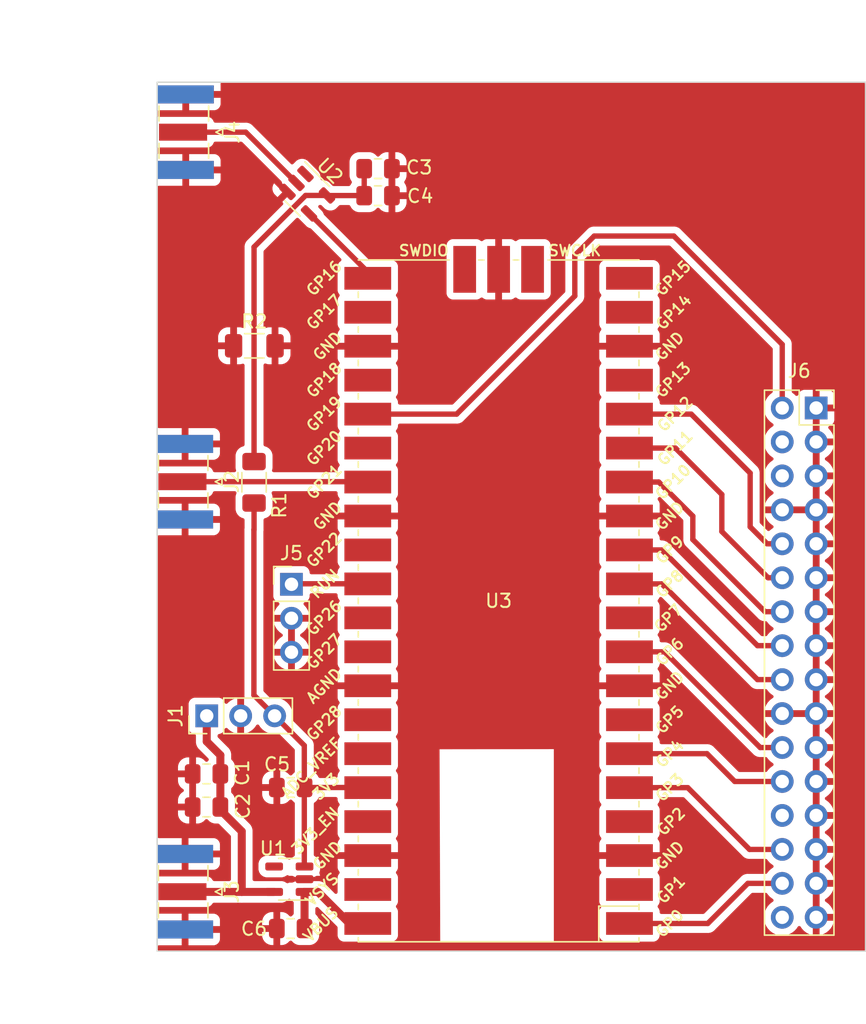
<source format=kicad_pcb>
(kicad_pcb (version 20221018) (generator pcbnew)
  (title_block (title "Pico DDS Sweeper") (date "2023-01-13") (rev "0"))
  (layers (0 "F.Cu" signal) (31 "B.Cu" signal) (34 "B.Paste" user) (35 "F.Paste" user) (36 "B.SilkS" user "B.Silkscreen") (37 "F.SilkS" user "F.Silkscreen") (38 "B.Mask" user) (39 "F.Mask" user) (44 "Edge.Cuts" user))
  (net 0 "")
  (net 1 "/PIN_CLOCK")
  (net 2 "/PIN_MOSI")
  (net 3 "GND")
  (net 4 "/P0")
  (net 5 "/P1")
  (net 6 "/P2")
  (net 7 "/P3")
  (net 8 "/PIN_UPDATE")
  (net 9 "/PIN_SCK")
  (net 10 "/PIN_RESET")
  (net 11 "/PIN_SYNC")
  (net 12 "/PIN_MISO")
  (net 13 "/TRIG_IN")
  (net 14 "1V8")
  (net 15 "3V3")
  (net 16 "5V")
  (net 17 "Net-(U2-VCC)")
  (net 18 "Net-(J4-In)")
  (net 19 "Net-(J5-Pin_1)")
  (footprint "Capacitor_SMD:C_0805_2012Metric_Pad1.18x1.45mm_HandSolder" (layer "F.Cu") (at 48.5275 40.47)
    (fp_text reference "C3" (at 3.0825 -0.09) (layer "F.SilkS"))
    (fp_text value "1uF")
    (fp_line (start -0.261252 -0.735) (end 0.261252 -0.735) (stroke (width 0.12)) (layer "F.SilkS"))
    (fp_line (start -0.261252 0.735) (end 0.261252 0.735) (stroke (width 0.12)) (layer "F.SilkS"))
    (pad "1" smd roundrect (at -1.0375 0) (size 1.175 1.45) (layers "F.Cu" "F.Paste" "F.Mask") (roundrect_rratio 0.212766) (net 17 "Net-(U2-VCC)"))
    (pad "2" smd roundrect (at 1.0375 0) (size 1.175 1.45) (layers "F.Cu" "F.Paste" "F.Mask") (roundrect_rratio 0.212766) (net 3 "GND"))
  )
  (footprint "Capacitor_SMD:C_0805_2012Metric_Pad1.18x1.45mm_HandSolder" (layer "F.Cu") (at 35.6925 85.74 180)
    (fp_text reference "C1" (at -2.666924 0.077782 90) (layer "F.SilkS"))
    (fp_text value "0.1uF")
    (fp_line (start -0.261252 -0.735) (end 0.261252 -0.735) (stroke (width 0.12)) (layer "F.SilkS"))
    (fp_line (start -0.261252 0.735) (end 0.261252 0.735) (stroke (width 0.12)) (layer "F.SilkS"))
    (pad "1" smd roundrect (at -1.0375 0 180) (size 1.175 1.45) (layers "F.Cu" "F.Paste" "F.Mask") (roundrect_rratio 0.2127659574) (net 14 "1V8"))
    (pad "2" smd roundrect (at 1.0375 0 180) (size 1.175 1.45) (layers "F.Cu" "F.Paste" "F.Mask") (roundrect_rratio 0.2127659574) (net 3 "GND"))
  )
  (footprint "Connector_Coaxial:SMA_Samtec_SMA-J-P-X-ST-EM1_EdgeMount" (layer "F.Cu") (at 34.09 94.555 -90)
    (fp_text reference "J3" (at 0 -3.5 90) (layer "F.SilkS"))
    (fp_text value "1V8")
    (fp_line (start -1.95 -1.71) (end -0.84 -1.71) (stroke (width 0.12)) (layer "F.SilkS"))
    (fp_line (start -1.95 2) (end -0.84 2) (stroke (width 0.12)) (layer "F.SilkS"))
    (fp_line (start -0.25 -2.76) (end 0 -2.26) (stroke (width 0.12)) (layer "F.SilkS"))
    (fp_line (start 0 -2.26) (end 0.25 -2.76) (stroke (width 0.12)) (layer "F.SilkS"))
    (fp_line (start 0.25 -2.76) (end -0.25 -2.76) (stroke (width 0.12)) (layer "F.SilkS"))
    (fp_line (start 0.84 -1.71) (end 1.95 -1.71) (stroke (width 0.12)) (layer "F.SilkS"))
    (fp_line (start 0.84 2) (end 1.95 2) (stroke (width 0.12)) (layer "F.SilkS"))
    (pad "1" smd rect (at 0 0.2 270) (size 1.27 3.6) (layers "F.Cu" "F.Paste" "F.Mask") (net 14 "1V8"))
    (pad "2" smd rect (at -2.825 0 270) (size 1.35 4.2) (layers "F.Cu" "F.Paste" "F.Mask") (net 3 "GND"))
    (pad "2" smd rect (at -2.825 0 270) (size 1.35 4.2) (layers "B.Cu" "B.Paste" "B.Mask") (net 3 "GND"))
    (pad "2" smd rect (at 2.825 0 270) (size 1.35 4.2) (layers "F.Cu" "F.Paste" "F.Mask") (net 3 "GND"))
    (pad "2" smd rect (at 2.825 0 270) (size 1.35 4.2) (layers "B.Cu" "B.Paste" "B.Mask") (net 3 "GND"))
  )
  (footprint "Connector_PinHeader_2.54mm:PinHeader_1x03_P2.54mm_Vertical" (layer "F.Cu") (at 35.71 81.4 90)
    (fp_text reference "J1" (at 0 -2.33 90) (layer "F.SilkS"))
    (fp_text value "DDS PWR")
    (fp_line (start -1.33 -1.33) (end 0 -1.33) (stroke (width 0.12)) (layer "F.SilkS"))
    (fp_line (start -1.33 0) (end -1.33 -1.33) (stroke (width 0.12)) (layer "F.SilkS"))
    (fp_line (start -1.33 1.27) (end -1.33 6.41) (stroke (width 0.12)) (layer "F.SilkS"))
    (fp_line (start -1.33 1.27) (end 1.33 1.27) (stroke (width 0.12)) (layer "F.SilkS"))
    (fp_line (start -1.33 6.41) (end 1.33 6.41) (stroke (width 0.12)) (layer "F.SilkS"))
    (fp_line (start 1.33 1.27) (end 1.33 6.41) (stroke (width 0.12)) (layer "F.SilkS"))
    (pad "1" thru_hole rect (at 0 0 90) (size 1.7 1.7) (drill 1) (layers "*.Cu" "*.Mask") (net 14 "1V8"))
    (pad "2" thru_hole oval (at 0 2.54 90) (size 1.7 1.7) (drill 1) (layers "*.Cu" "*.Mask") (net 3 "GND"))
    (pad "3" thru_hole oval (at 0 5.08 90) (size 1.7 1.7) (drill 1) (layers "*.Cu" "*.Mask") (net 15 "3V3"))
  )
  (footprint "Package_TO_SOT_SMD:SOT-23-5" (layer "F.Cu") (at 41.89 93.62 180)
    (fp_text reference "U1" (at 1.21 2.3) (layer "F.SilkS"))
    (fp_text value "XC6210B18")
    (fp_line (start 0 -1.56) (end -1.8 -1.56) (stroke (width 0.12)) (layer "F.SilkS"))
    (fp_line (start 0 -1.56) (end 0.8 -1.56) (stroke (width 0.12)) (layer "F.SilkS"))
    (fp_line (start 0 1.56) (end -0.8 1.56) (stroke (width 0.12)) (layer "F.SilkS"))
    (fp_line (start 0 1.56) (end 0.8 1.56) (stroke (width 0.12)) (layer "F.SilkS"))
    (pad "1" smd roundrect (at -1.1375 -0.95 180) (size 1.325 0.6) (layers "F.Cu" "F.Paste" "F.Mask") (net 16 "5V"))
    (pad "2" smd roundrect (at -1.1375 0 180) (size 1.325 0.6) (layers "F.Cu" "F.Paste" "F.Mask") (net 3 "GND"))
    (pad "3" smd roundrect (at -1.1375 0.95 180) (size 1.325 0.6) (layers "F.Cu" "F.Paste" "F.Mask") (net 15 "3V3"))
    (pad "4" smd roundrect (at 1.1375 0.95 180) (size 1.325 0.6) (layers "F.Cu" "F.Paste" "F.Mask"))
    (pad "5" smd roundrect (at 1.1375 -0.95 180) (size 1.325 0.6) (layers "F.Cu" "F.Paste" "F.Mask") (net 14 "1V8"))
  )
  (footprint "Capacitor_SMD:C_0805_2012Metric_Pad1.18x1.45mm_HandSolder" (layer "F.Cu") (at 48.53 42.49)
    (fp_text reference "C4" (at 3.15 0.03) (layer "F.SilkS"))
    (fp_text value "0.1uF")
    (fp_line (start -0.261252 -0.735) (end 0.261252 -0.735) (stroke (width 0.12)) (layer "F.SilkS"))
    (fp_line (start -0.261252 0.735) (end 0.261252 0.735) (stroke (width 0.12)) (layer "F.SilkS"))
    (pad "1" smd roundrect (at -1.0375 0) (size 1.175 1.45) (layers "F.Cu" "F.Paste" "F.Mask") (roundrect_rratio 0.212766) (net 17 "Net-(U2-VCC)"))
    (pad "2" smd roundrect (at 1.0375 0) (size 1.175 1.45) (layers "F.Cu" "F.Paste" "F.Mask") (roundrect_rratio 0.212766) (net 3 "GND"))
  )
  (footprint "Package_TO_SOT_SMD:SOT-23-5" (layer "F.Cu") (at 43.23 42.34 -45)
    (fp_text reference "U2" (at 0 -2.4 135) (layer "F.SilkS"))
    (fp_text value "74LVC1G17")
    (fp_line (start 0 -1.56) (end -1.8 -1.56) (stroke (width 0.12)) (layer "F.SilkS"))
    (fp_line (start 0 -1.56) (end 0.8 -1.56) (stroke (width 0.12)) (layer "F.SilkS"))
    (fp_line (start 0 1.56) (end -0.8 1.56) (stroke (width 0.12)) (layer "F.SilkS"))
    (fp_line (start 0 1.56) (end 0.8 1.56) (stroke (width 0.12)) (layer "F.SilkS"))
    (pad "1" smd roundrect (at -1.1375 -0.95 315) (size 1.325 0.6) (layers "F.Cu" "F.Paste" "F.Mask"))
    (pad "2" smd roundrect (at -1.1375 0 315) (size 1.325 0.6) (layers "F.Cu" "F.Paste" "F.Mask") (net 18 "Net-(J4-In)"))
    (pad "3" smd roundrect (at -1.1375 0.95 315) (size 1.325 0.6) (layers "F.Cu" "F.Paste" "F.Mask") (net 3 "GND"))
    (pad "4" smd roundrect (at 1.1375 0.95 315) (size 1.325 0.6) (layers "F.Cu" "F.Paste" "F.Mask") (net 13 "/TRIG_IN"))
    (pad "5" smd roundrect (at 1.1375 -0.95 315) (size 1.325 0.6) (layers "F.Cu" "F.Paste" "F.Mask") (net 17 "Net-(U2-VCC)"))
  )
  (footprint "Connector_Coaxial:SMA_Samtec_SMA-J-P-X-ST-EM1_EdgeMount" (layer "F.Cu") (at 34.14 37.74 -90)
    (fp_text reference "J4" (at 0 -3.5 90) (layer "F.SilkS"))
    (fp_text value "Trigger In")
    (fp_line (start -1.95 -1.71) (end -0.84 -1.71) (stroke (width 0.12)) (layer "F.SilkS"))
    (fp_line (start -1.95 2) (end -0.84 2) (stroke (width 0.12)) (layer "F.SilkS"))
    (fp_line (start -0.25 -2.76) (end 0 -2.26) (stroke (width 0.12)) (layer "F.SilkS"))
    (fp_line (start 0 -2.26) (end 0.25 -2.76) (stroke (width 0.12)) (layer "F.SilkS"))
    (fp_line (start 0.25 -2.76) (end -0.25 -2.76) (stroke (width 0.12)) (layer "F.SilkS"))
    (fp_line (start 0.84 -1.71) (end 1.95 -1.71) (stroke (width 0.12)) (layer "F.SilkS"))
    (fp_line (start 0.84 2) (end 1.95 2) (stroke (width 0.12)) (layer "F.SilkS"))
    (pad "1" smd rect (at 0 0.2 270) (size 1.27 3.6) (layers "F.Cu" "F.Paste" "F.Mask") (net 18 "Net-(J4-In)"))
    (pad "2" smd rect (at -2.825 0 270) (size 1.35 4.2) (layers "F.Cu" "F.Paste" "F.Mask") (net 3 "GND"))
    (pad "2" smd rect (at -2.825 0 270) (size 1.35 4.2) (layers "B.Cu" "B.Paste" "B.Mask") (net 3 "GND"))
    (pad "2" smd rect (at 2.825 0 270) (size 1.35 4.2) (layers "F.Cu" "F.Paste" "F.Mask") (net 3 "GND"))
    (pad "2" smd rect (at 2.825 0 270) (size 1.35 4.2) (layers "B.Cu" "B.Paste" "B.Mask") (net 3 "GND"))
  )
  (footprint "Capacitor_SMD:C_0805_2012Metric_Pad1.18x1.45mm_HandSolder" (layer "F.Cu") (at 41.9925 86.76)
    (fp_text reference "C5" (at -1.0225 -1.73) (layer "F.SilkS"))
    (fp_text value "0.1uF")
    (fp_line (start -0.261252 -0.735) (end 0.261252 -0.735) (stroke (width 0.12)) (layer "F.SilkS"))
    (fp_line (start -0.261252 0.735) (end 0.261252 0.735) (stroke (width 0.12)) (layer "F.SilkS"))
    (pad "1" smd roundrect (at -1.0375 0) (size 1.175 1.45) (layers "F.Cu" "F.Paste" "F.Mask") (roundrect_rratio 0.212766) (net 3 "GND"))
    (pad "2" smd roundrect (at 1.0375 0) (size 1.175 1.45) (layers "F.Cu" "F.Paste" "F.Mask") (roundrect_rratio 0.212766) (net 15 "3V3"))
  )
  (footprint "Connector_Coaxial:SMA_Samtec_SMA-J-P-X-ST-EM1_EdgeMount" (layer "F.Cu") (at 34.09 63.885 -90)
    (fp_text reference "J2" (at 0 -3.5 90) (layer "F.SilkS"))
    (fp_text value "REF CLK OUT")
    (fp_line (start -1.95 -1.71) (end -0.84 -1.71) (stroke (width 0.12)) (layer "F.SilkS"))
    (fp_line (start -1.95 2) (end -0.84 2) (stroke (width 0.12)) (layer "F.SilkS"))
    (fp_line (start -0.25 -2.76) (end 0 -2.26) (stroke (width 0.12)) (layer "F.SilkS"))
    (fp_line (start 0 -2.26) (end 0.25 -2.76) (stroke (width 0.12)) (layer "F.SilkS"))
    (fp_line (start 0.25 -2.76) (end -0.25 -2.76) (stroke (width 0.12)) (layer "F.SilkS"))
    (fp_line (start 0.84 -1.71) (end 1.95 -1.71) (stroke (width 0.12)) (layer "F.SilkS"))
    (fp_line (start 0.84 2) (end 1.95 2) (stroke (width 0.12)) (layer "F.SilkS"))
    (pad "1" smd rect (at 0 0.2 270) (size 1.27 3.6) (layers "F.Cu" "F.Paste" "F.Mask") (net 1 "/PIN_CLOCK"))
    (pad "2" smd rect (at -2.825 0 270) (size 1.35 4.2) (layers "F.Cu" "F.Paste" "F.Mask") (net 3 "GND"))
    (pad "2" smd rect (at -2.825 0 270) (size 1.35 4.2) (layers "B.Cu" "B.Paste" "B.Mask") (net 3 "GND"))
    (pad "2" smd rect (at 2.825 0 270) (size 1.35 4.2) (layers "F.Cu" "F.Paste" "F.Mask") (net 3 "GND"))
    (pad "2" smd rect (at 2.825 0 270) (size 1.35 4.2) (layers "B.Cu" "B.Paste" "B.Mask") (net 3 "GND"))
  )
  (footprint "MCU_RaspberryPi_and_Boards:RPi_Pico_SMD" (layer "F.Cu") (at 57.55 72.8 180)
    (fp_text reference "U3" (at 0 0) (layer "F.SilkS"))
    (fp_text value "Pico")
    (fp_text user "GP8" (at -12.8 1.27 45) (layer "F.SilkS") (effects (font (size 0.8 0.8))))
    (fp_text user "SWDIO" (at 5.6 26.2) (layer "F.SilkS") (effects (font (size 0.8 0.8))))
    (fp_text user "GP6" (at -12.8 -3.81 45) (layer "F.SilkS") (effects (font (size 0.8 0.8))))
    (fp_text user "SWCLK" (at -5.7 26.2) (layer "F.SilkS") (effects (font (size 0.8 0.8))))
    (fp_text user "GP0" (at -12.8 -24.13 45) (layer "F.SilkS") (effects (font (size 0.8 0.8))))
    (fp_text user "GP17" (at 13.054 21.59 45) (layer "F.SilkS") (effects (font (size 0.8 0.8))))
    (fp_text user "GP7" (at -12.7 -1.3 45) (layer "F.SilkS") (effects (font (size 0.8 0.8))))
    (fp_text user "GP22" (at 13.054 3.81 45) (layer "F.SilkS") (effects (font (size 0.8 0.8))))
    (fp_text user "GP28" (at 13.054 -9.144 45) (layer "F.SilkS") (effects (font (size 0.8 0.8))))
    (fp_text user "VBUS" (at 13.3 -24.2 45) (layer "F.SilkS") (effects (font (size 0.8 0.8))))
    (fp_text user "GND" (at 12.8 -19.05 45) (layer "F.SilkS") (effects (font (size 0.8 0.8))))
    (fp_text user "GP13" (at -13.054 16.51 45) (layer "F.SilkS") (effects (font (size 0.8 0.8))))
    (fp_text user "GP4" (at -12.8 -11.43 45) (layer "F.SilkS") (effects (font (size 0.8 0.8))))
    (fp_text user "GP26" (at 13.054 -1.27 45) (layer "F.SilkS") (effects (font (size 0.8 0.8))))
    (fp_text user "GP5" (at -12.8 -8.89 45) (layer "F.SilkS") (effects (font (size 0.8 0.8))))
    (fp_text user "ADC_VREF" (at 14 -12.5 45) (layer "F.SilkS") (effects (font (size 0.8 0.8))))
    (fp_text user "VSYS" (at 13.2 -21.59 45) (layer "F.SilkS") (effects (font (size 0.8 0.8))))
    (fp_text user "GP12" (at -13.2 13.97 45) (layer "F.SilkS") (effects (font (size 0.8 0.8))))
    (fp_text user "3V3_EN" (at 13.7 -17.2 45) (layer "F.SilkS") (effects (font (size 0.8 0.8))))
    (fp_text user "GND" (at 12.8 6.35 45) (layer "F.SilkS") (effects (font (size 0.8 0.8))))
    (fp_text user "GP19" (at 13.054 13.97 45) (layer "F.SilkS") (effects (font (size 0.8 0.8))))
    (fp_text user "GP15" (at -13.054 24.13 45) (layer "F.SilkS") (effects (font (size 0.8 0.8))))
    (fp_text user "GND" (at -12.8 6.35 45) (layer "F.SilkS") (effects (font (size 0.8 0.8))))
    (fp_text user "GP14" (at -13.1 21.59 45) (layer "F.SilkS") (effects (font (size 0.8 0.8))))
    (fp_text user "3V3" (at 12.9 -13.9 45) (layer "F.SilkS") (effects (font (size 0.8 0.8))))
    (fp_text user "GP27" (at 13.054 -3.8 45) (layer "F.SilkS") (effects (font (size 0.8 0.8))))
    (fp_text user "GP3" (at -12.8 -13.97 45) (layer "F.SilkS") (effects (font (size 0.8 0.8))))
    (fp_text user "RUN" (at 13 1.27 45) (layer "F.SilkS") (effects (font (size 0.8 0.8))))
    (fp_text user "GP9" (at -12.8 3.81 45) (layer "F.SilkS") (effects (font (size 0.8 0.8))))
    (fp_text user "GND" (at -12.8 19.05 45) (layer "F.SilkS") (effects (font (size 0.8 0.8))))
    (fp_text user "GND" (at -12.8 -19.05 45) (layer "F.SilkS") (effects (font (size 0.8 0.8))))
    (fp_text user "GP16" (at 13.054 24.13 45) (layer "F.SilkS") (effects (font (size 0.8 0.8))))
    (fp_text user "GP21" (at 13.054 8.9 45) (layer "F.SilkS") (effects (font (size 0.8 0.8))))
    (fp_text user "AGND" (at 13.054 -6.35 45) (layer "F.SilkS") (effects (font (size 0.8 0.8))))
    (fp_text user "GP1" (at -12.9 -21.6 45) (layer "F.SilkS") (effects (font (size 0.8 0.8))))
    (fp_text user "GP11" (at -13.2 11.43 45) (layer "F.SilkS") (effects (font (size 0.8 0.8))))
    (fp_text user "GP2" (at -12.9 -16.51 45) (layer "F.SilkS") (effects (font (size 0.8 0.8))))
    (fp_text user "GP18" (at 13.054 16.51 45) (layer "F.SilkS") (effects (font (size 0.8 0.8))))
    (fp_text user "GND" (at -12.8 -6.35 45) (layer "F.SilkS") (effects (font (size 0.8 0.8))))
    (fp_text user "GND" (at 12.8 19.05 45) (layer "F.SilkS") (effects (font (size 0.8 0.8))))
    (fp_text user "GP10" (at -13.054 8.89 45) (layer "F.SilkS") (effects (font (size 0.8 0.8))))
    (fp_text user "GP20" (at 13.054 11.43 45) (layer "F.SilkS") (effects (font (size 0.8 0.8))))
    (fp_line (start -10.5 -25.5) (end -10.5 -25.2) (stroke (width 0.12)) (layer "F.SilkS"))
    (fp_line (start -10.5 -25.5) (end 10.5 -25.5) (stroke (width 0.12)) (layer "F.SilkS"))
    (fp_line (start -10.5 -23.1) (end -10.5 -22.7) (stroke (width 0.12)) (layer "F.SilkS"))
    (fp_line (start -10.5 -22.833) (end -7.493 -22.833) (stroke (width 0.12)) (layer "F.SilkS"))
    (fp_line (start -10.5 -20.5) (end -10.5 -20.1) (stroke (width 0.12)) (layer "F.SilkS"))
    (fp_line (start -10.5 -18) (end -10.5 -17.6) (stroke (width 0.12)) (layer "F.SilkS"))
    (fp_line (start -10.5 -15.4) (end -10.5 -15) (stroke (width 0.12)) (layer "F.SilkS"))
    (fp_line (start -10.5 -12.9) (end -10.5 -12.5) (stroke (width 0.12)) (layer "F.SilkS"))
    (fp_line (start -10.5 -10.4) (end -10.5 -10) (stroke (width 0.12)) (layer "F.SilkS"))
    (fp_line (start -10.5 -7.8) (end -10.5 -7.4) (stroke (width 0.12)) (layer "F.SilkS"))
    (fp_line (start -10.5 -5.3) (end -10.5 -4.9) (stroke (width 0.12)) (layer "F.SilkS"))
    (fp_line (start -10.5 -2.7) (end -10.5 -2.3) (stroke (width 0.12)) (layer "F.SilkS"))
    (fp_line (start -10.5 -0.2) (end -10.5 0.2) (stroke (width 0.12)) (layer "F.SilkS"))
    (fp_line (start -10.5 2.3) (end -10.5 2.7) (stroke (width 0.12)) (layer "F.SilkS"))
    (fp_line (start -10.5 4.9) (end -10.5 5.3) (stroke (width 0.12)) (layer "F.SilkS"))
    (fp_line (start -10.5 7.4) (end -10.5 7.8) (stroke (width 0.12)) (layer "F.SilkS"))
    (fp_line (start -10.5 10) (end -10.5 10.4) (stroke (width 0.12)) (layer "F.SilkS"))
    (fp_line (start -10.5 12.5) (end -10.5 12.9) (stroke (width 0.12)) (layer "F.SilkS"))
    (fp_line (start -10.5 15.1) (end -10.5 15.5) (stroke (width 0.12)) (layer "F.SilkS"))
    (fp_line (start -10.5 17.6) (end -10.5 18) (stroke (width 0.12)) (layer "F.SilkS"))
    (fp_line (start -10.5 20.1) (end -10.5 20.5) (stroke (width 0.12)) (layer "F.SilkS"))
    (fp_line (start -10.5 22.7) (end -10.5 23.1) (stroke (width 0.12)) (layer "F.SilkS"))
    (fp_line (start -7.493 -22.833) (end -7.493 -25.5) (stroke (width 0.12)) (layer "F.SilkS"))
    (fp_line (start -3.7 25.5) (end -10.5 25.5) (stroke (width 0.12)) (layer "F.SilkS"))
    (fp_line (start -1.5 25.5) (end -1.1 25.5) (stroke (width 0.12)) (layer "F.SilkS"))
    (fp_line (start 1.1 25.5) (end 1.5 25.5) (stroke (width 0.12)) (layer "F.SilkS"))
    (fp_line (start 10.5 -25.5) (end 10.5 -25.2) (stroke (width 0.12)) (layer "F.SilkS"))
    (fp_line (start 10.5 -23.1) (end 10.5 -22.7) (stroke (width 0.12)) (layer "F.SilkS"))
    (fp_line (start 10.5 -20.5) (end 10.5 -20.1) (stroke (width 0.12)) (layer "F.SilkS"))
    (fp_line (start 10.5 -18) (end 10.5 -17.6) (stroke (width 0.12)) (layer "F.SilkS"))
    (fp_line (start 10.5 -15.4) (end 10.5 -15) (stroke (width 0.12)) (layer "F.SilkS"))
    (fp_line (start 10.5 -12.9) (end 10.5 -12.5) (stroke (width 0.12)) (layer "F.SilkS"))
    (fp_line (start 10.5 -10.4) (end 10.5 -10) (stroke (width 0.12)) (layer "F.SilkS"))
    (fp_line (start 10.5 -7.8) (end 10.5 -7.4) (stroke (width 0.12)) (layer "F.SilkS"))
    (fp_line (start 10.5 -5.3) (end 10.5 -4.9) (stroke (width 0.12)) (layer "F.SilkS"))
    (fp_line (start 10.5 -2.7) (end 10.5 -2.3) (stroke (width 0.12)) (layer "F.SilkS"))
    (fp_line (start 10.5 -0.2) (end 10.5 0.2) (stroke (width 0.12)) (layer "F.SilkS"))
    (fp_line (start 10.5 2.3) (end 10.5 2.7) (stroke (width 0.12)) (layer "F.SilkS"))
    (fp_line (start 10.5 4.9) (end 10.5 5.3) (stroke (width 0.12)) (layer "F.SilkS"))
    (fp_line (start 10.5 7.4) (end 10.5 7.8) (stroke (width 0.12)) (layer "F.SilkS"))
    (fp_line (start 10.5 10) (end 10.5 10.4) (stroke (width 0.12)) (layer "F.SilkS"))
    (fp_line (start 10.5 12.5) (end 10.5 12.9) (stroke (width 0.12)) (layer "F.SilkS"))
    (fp_line (start 10.5 15.1) (end 10.5 15.5) (stroke (width 0.12)) (layer "F.SilkS"))
    (fp_line (start 10.5 17.6) (end 10.5 18) (stroke (width 0.12)) (layer "F.SilkS"))
    (fp_line (start 10.5 20.1) (end 10.5 20.5) (stroke (width 0.12)) (layer "F.SilkS"))
    (fp_line (start 10.5 22.7) (end 10.5 23.1) (stroke (width 0.12)) (layer "F.SilkS"))
    (fp_line (start 10.5 25.5) (end 3.7 25.5) (stroke (width 0.12)) (layer "F.SilkS"))
    (pad "1" smd rect (at -8.89 -24.13 180) (size 3.5 1.7) (drill (offset -0.9 0)) (layers "F.Cu" "F.Mask") (net 12 "/PIN_MISO"))
    (pad "2" smd rect (at -8.89 -21.59 180) (size 3.5 1.7) (drill (offset -0.9 0)) (layers "F.Cu" "F.Mask"))
    (pad "3" smd rect (at -8.89 -19.05 180) (size 3.5 1.7) (drill (offset -0.9 0)) (layers "F.Cu" "F.Mask") (net 3 "GND"))
    (pad "4" smd rect (at -8.89 -16.51 180) (size 3.5 1.7) (drill (offset -0.9 0)) (layers "F.Cu" "F.Mask"))
    (pad "5" smd rect (at -8.89 -13.97 180) (size 3.5 1.7) (drill (offset -0.9 0)) (layers "F.Cu" "F.Mask") (net 11 "/PIN_SYNC"))
    (pad "6" smd rect (at -8.89 -11.43 180) (size 3.5 1.7) (drill (offset -0.9 0)) (layers "F.Cu" "F.Mask") (net 10 "/PIN_RESET"))
    (pad "7" smd rect (at -8.89 -8.89 180) (size 3.5 1.7) (drill (offset -0.9 0)) (layers "F.Cu" "F.Mask"))
    (pad "8" smd rect (at -8.89 -6.35 180) (size 3.5 1.7) (drill (offset -0.9 0)) (layers "F.Cu" "F.Mask") (net 3 "GND"))
    (pad "9" smd rect (at -8.89 -3.81 180) (size 3.5 1.7) (drill (offset -0.9 0)) (layers "F.Cu" "F.Mask") (net 9 "/PIN_SCK"))
    (pad "10" smd rect (at -8.89 -1.27 180) (size 3.5 1.7) (drill (offset -0.9 0)) (layers "F.Cu" "F.Mask"))
    (pad "11" smd rect (at -8.89 1.27 180) (size 3.5 1.7) (drill (offset -0.9 0)) (layers "F.Cu" "F.Mask") (net 8 "/PIN_UPDATE"))
    (pad "12" smd rect (at -8.89 3.81 180) (size 3.5 1.7) (drill (offset -0.9 0)) (layers "F.Cu" "F.Mask") (net 7 "/P3"))
    (pad "13" smd rect (at -8.89 6.35 180) (size 3.5 1.7) (drill (offset -0.9 0)) (layers "F.Cu" "F.Mask") (net 3 "GND"))
    (pad "14" smd rect (at -8.89 8.89 180) (size 3.5 1.7) (drill (offset -0.9 0)) (layers "F.Cu" "F.Mask") (net 6 "/P2"))
    (pad "15" smd rect (at -8.89 11.43 180) (size 3.5 1.7) (drill (offset -0.9 0)) (layers "F.Cu" "F.Mask") (net 5 "/P1"))
    (pad "16" smd rect (at -8.89 13.97 180) (size 3.5 1.7) (drill (offset -0.9 0)) (layers "F.Cu" "F.Mask") (net 4 "/P0"))
    (pad "17" smd rect (at -8.89 16.51 180) (size 3.5 1.7) (drill (offset -0.9 0)) (layers "F.Cu" "F.Mask"))
    (pad "18" smd rect (at -8.89 19.05 180) (size 3.5 1.7) (drill (offset -0.9 0)) (layers "F.Cu" "F.Mask") (net 3 "GND"))
    (pad "19" smd rect (at -8.89 21.59 180) (size 3.5 1.7) (drill (offset -0.9 0)) (layers "F.Cu" "F.Mask"))
    (pad "20" smd rect (at -8.89 24.13 180) (size 3.5 1.7) (drill (offset -0.9 0)) (layers "F.Cu" "F.Mask"))
    (pad "21" smd rect (at 8.89 24.13 180) (size 3.5 1.7) (drill (offset 0.9 0)) (layers "F.Cu" "F.Mask") (net 13 "/TRIG_IN"))
    (pad "22" smd rect (at 8.89 21.59 180) (size 3.5 1.7) (drill (offset 0.9 0)) (layers "F.Cu" "F.Mask"))
    (pad "23" smd rect (at 8.89 19.05 180) (size 3.5 1.7) (drill (offset 0.9 0)) (layers "F.Cu" "F.Mask") (net 3 "GND"))
    (pad "24" smd rect (at 8.89 16.51 180) (size 3.5 1.7) (drill (offset 0.9 0)) (layers "F.Cu" "F.Mask"))
    (pad "25" smd rect (at 8.89 13.97 180) (size 3.5 1.7) (drill (offset 0.9 0)) (layers "F.Cu" "F.Mask") (net 2 "/PIN_MOSI"))
    (pad "26" smd rect (at 8.89 11.43 180) (size 3.5 1.7) (drill (offset 0.9 0)) (layers "F.Cu" "F.Mask"))
    (pad "27" smd rect (at 8.89 8.89 180) (size 3.5 1.7) (drill (offset 0.9 0)) (layers "F.Cu" "F.Mask") (net 1 "/PIN_CLOCK"))
    (pad "28" smd rect (at 8.89 6.35 180) (size 3.5 1.7) (drill (offset 0.9 0)) (layers "F.Cu" "F.Mask") (net 3 "GND"))
    (pad "29" smd rect (at 8.89 3.81 180) (size 3.5 1.7) (drill (offset 0.9 0)) (layers "F.Cu" "F.Mask"))
    (pad "30" smd rect (at 8.89 1.27 180) (size 3.5 1.7) (drill (offset 0.9 0)) (layers "F.Cu" "F.Mask") (net 19 "Net-(J5-Pin_1)"))
    (pad "31" smd rect (at 8.89 -1.27 180) (size 3.5 1.7) (drill (offset 0.9 0)) (layers "F.Cu" "F.Mask"))
    (pad "32" smd rect (at 8.89 -3.81 180) (size 3.5 1.7) (drill (offset 0.9 0)) (layers "F.Cu" "F.Mask"))
    (pad "33" smd rect (at 8.89 -6.35 180) (size 0.001 0.001) (drill (offset 0.9 0)) (layers "F.Cu" "F.Mask") (net 3 "GND"))
    (pad "33" smd rect (at 8.89 -6.35 180) (size 3.5 1.7) (drill (offset 0.9 0)) (layers "F.Cu" "F.Mask") (net 3 "GND"))
    (pad "34" smd rect (at 8.89 -8.89 180) (size 3.5 1.7) (drill (offset 0.9 0)) (layers "F.Cu" "F.Mask"))
    (pad "35" smd rect (at 8.89 -11.43 180) (size 3.5 1.7) (drill (offset 0.9 0)) (layers "F.Cu" "F.Mask"))
    (pad "36" smd rect (at 8.89 -13.97 180) (size 3.5 1.7) (drill (offset 0.9 0)) (layers "F.Cu" "F.Mask") (net 15 "3V3"))
    (pad "37" smd rect (at 8.89 -16.51 180) (size 3.5 1.7) (drill (offset 0.9 0)) (layers "F.Cu" "F.Mask"))
    (pad "38" smd rect (at 8.89 -19.05 180) (size 3.5 1.7) (drill (offset 0.9 0)) (layers "F.Cu" "F.Mask") (net 3 "GND"))
    (pad "39" smd rect (at 8.89 -21.59 180) (size 3.5 1.7) (drill (offset 0.9 0)) (layers "F.Cu" "F.Mask"))
    (pad "40" smd rect (at 8.89 -24.13 180) (size 3.5 1.7) (drill (offset 0.9 0)) (layers "F.Cu" "F.Mask") (net 16 "5V"))
    (pad "41" smd rect (at -2.54 23.9 270) (size 3.5 1.7) (drill (offset -0.9 0)) (layers "F.Cu" "F.Mask"))
    (pad "42" smd rect (at 0 23.9 270) (size 3.5 1.7) (drill (offset -0.9 0)) (layers "F.Cu" "F.Mask") (net 3 "GND"))
    (pad "43" smd rect (at 2.54 23.9 270) (size 3.5 1.7) (drill (offset -0.9 0)) (layers "F.Cu" "F.Mask"))
  )
  (footprint "Resistor_SMD:R_1206_3216Metric_Pad1.30x1.75mm_HandSolder" (layer "F.Cu") (at 39.25 63.93 -90)
    (fp_text reference "R1" (at 1.73 -1.89 90) (layer "F.SilkS"))
    (fp_text value "0")
    (fp_line (start -0.727064 -0.91) (end 0.727064 -0.91) (stroke (width 0.12)) (layer "F.SilkS"))
    (fp_line (start -0.727064 0.91) (end 0.727064 0.91) (stroke (width 0.12)) (layer "F.SilkS"))
    (pad "1" smd roundrect (at -1.55 0 270) (size 1.3 1.75) (layers "F.Cu" "F.Paste" "F.Mask") (roundrect_rratio 0.192308) (net 17 "Net-(U2-VCC)"))
    (pad "2" smd roundrect (at 1.55 0 270) (size 1.3 1.75) (layers "F.Cu" "F.Paste" "F.Mask") (roundrect_rratio 0.192308) (net 15 "3V3"))
  )
  (footprint "Capacitor_SMD:C_0805_2012Metric_Pad1.18x1.45mm_HandSolder" (layer "F.Cu") (at 41.99 97.31)
    (fp_text reference "C6" (at -2.74 0.02) (layer "F.SilkS"))
    (fp_text value "0.1uF")
    (fp_line (start -0.261252 -0.735) (end 0.261252 -0.735) (stroke (width 0.12)) (layer "F.SilkS"))
    (fp_line (start -0.261252 0.735) (end 0.261252 0.735) (stroke (width 0.12)) (layer "F.SilkS"))
    (pad "1" smd roundrect (at -1.0375 0) (size 1.175 1.45) (layers "F.Cu" "F.Paste" "F.Mask") (roundrect_rratio 0.212766) (net 3 "GND"))
    (pad "2" smd roundrect (at 1.0375 0) (size 1.175 1.45) (layers "F.Cu" "F.Paste" "F.Mask") (roundrect_rratio 0.212766) (net 16 "5V"))
  )
  (footprint "Resistor_SMD:R_1206_3216Metric_Pad1.30x1.75mm_HandSolder" (layer "F.Cu") (at 39.27 53.72)
    (fp_text reference "R2" (at 0 -1.82) (layer "F.SilkS"))
    (fp_text value "0")
    (fp_line (start -0.727064 -0.91) (end 0.727064 -0.91) (stroke (width 0.12)) (layer "F.SilkS"))
    (fp_line (start -0.727064 0.91) (end 0.727064 0.91) (stroke (width 0.12)) (layer "F.SilkS"))
    (pad "1" smd roundrect (at -1.55 0) (size 1.3 1.75) (layers "F.Cu" "F.Paste" "F.Mask") (roundrect_rratio 0.192308) (net 3 "GND"))
    (pad "2" smd roundrect (at 1.55 0) (size 1.3 1.75) (layers "F.Cu" "F.Paste" "F.Mask") (roundrect_rratio 0.192308) (net 3 "GND"))
  )
  (footprint "Connector_PinSocket_2.54mm:PinSocket_2x16_P2.54mm_Vertical" (layer "F.Cu") (at 81.31 58.37)
    (fp_text reference "J6" (at -1.27 -2.77) (layer "F.SilkS"))
    (fp_text value "AD9959 Eval Header" hide)
    (fp_line (start -3.87 -1.33) (end -3.87 39.43) (stroke (width 0.12)) (layer "F.SilkS"))
    (fp_line (start -3.87 -1.33) (end -1.27 -1.33) (stroke (width 0.12)) (layer "F.SilkS"))
    (fp_line (start -3.87 39.43) (end 1.33 39.43) (stroke (width 0.12)) (layer "F.SilkS"))
    (fp_line (start -1.27 -1.33) (end -1.27 1.27) (stroke (width 0.12)) (layer "F.SilkS"))
    (fp_line (start -1.27 1.27) (end 1.33 1.27) (stroke (width 0.12)) (layer "F.SilkS"))
    (fp_line (start 0 -1.33) (end 1.33 -1.33) (stroke (width 0.12)) (layer "F.SilkS"))
    (fp_line (start 1.33 -1.33) (end 1.33 0) (stroke (width 0.12)) (layer "F.SilkS"))
    (fp_line (start 1.33 1.27) (end 1.33 39.43) (stroke (width 0.12)) (layer "F.SilkS"))
    (pad "1" thru_hole rect (at 0 0) (size 1.7 1.7) (drill 1) (layers "*.Cu" "*.Mask") (net 3 "GND"))
    (pad "2" thru_hole oval (at -2.54 0) (size 1.7 1.7) (drill 1) (layers "*.Cu" "*.Mask") (net 2 "/PIN_MOSI"))
    (pad "3" thru_hole oval (at 0 2.54) (size 1.7 1.7) (drill 1) (layers "*.Cu" "*.Mask") (net 3 "GND"))
    (pad "4" thru_hole oval (at -2.54 2.54) (size 1.7 1.7) (drill 1) (layers "*.Cu" "*.Mask"))
    (pad "5" thru_hole oval (at 0 5.08) (size 1.7 1.7) (drill 1) (layers "*.Cu" "*.Mask") (net 3 "GND"))
    (pad "6" thru_hole oval (at -2.54 5.08) (size 1.7 1.7) (drill 1) (layers "*.Cu" "*.Mask"))
    (pad "7" thru_hole oval (at 0 7.62) (size 1.7 1.7) (drill 1) (layers "*.Cu" "*.Mask") (net 3 "GND"))
    (pad "8" thru_hole oval (at -2.54 7.62) (size 1.7 1.7) (drill 1) (layers "*.Cu" "*.Mask") (net 3 "GND"))
    (pad "9" thru_hole oval (at 0 10.16) (size 1.7 1.7) (drill 1) (layers "*.Cu" "*.Mask") (net 3 "GND"))
    (pad "10" thru_hole oval (at -2.54 10.16) (size 1.7 1.7) (drill 1) (layers "*.Cu" "*.Mask") (net 4 "/P0"))
    (pad "11" thru_hole oval (at 0 12.7) (size 1.7 1.7) (drill 1) (layers "*.Cu" "*.Mask") (net 3 "GND"))
    (pad "12" thru_hole oval (at -2.54 12.7) (size 1.7 1.7) (drill 1) (layers "*.Cu" "*.Mask") (net 5 "/P1"))
    (pad "13" thru_hole oval (at 0 15.24) (size 1.7 1.7) (drill 1) (layers "*.Cu" "*.Mask") (net 3 "GND"))
    (pad "14" thru_hole oval (at -2.54 15.24) (size 1.7 1.7) (drill 1) (layers "*.Cu" "*.Mask") (net 6 "/P2"))
    (pad "15" thru_hole oval (at 0 17.78) (size 1.7 1.7) (drill 1) (layers "*.Cu" "*.Mask") (net 3 "GND"))
    (pad "16" thru_hole oval (at -2.54 17.78) (size 1.7 1.7) (drill 1) (layers "*.Cu" "*.Mask") (net 7 "/P3"))
    (pad "17" thru_hole oval (at 0 20.32) (size 1.7 1.7) (drill 1) (layers "*.Cu" "*.Mask") (net 3 "GND"))
    (pad "18" thru_hole oval (at -2.54 20.32) (size 1.7 1.7) (drill 1) (layers "*.Cu" "*.Mask") (net 8 "/PIN_UPDATE"))
    (pad "19" thru_hole oval (at 0 22.86) (size 1.7 1.7) (drill 1) (layers "*.Cu" "*.Mask") (net 3 "GND"))
    (pad "20" thru_hole oval (at -2.54 22.86) (size 1.7 1.7) (drill 1) (layers "*.Cu" "*.Mask") (net 3 "GND"))
    (pad "21" thru_hole oval (at 0 25.4) (size 1.7 1.7) (drill 1) (layers "*.Cu" "*.Mask") (net 3 "GND"))
    (pad "22" thru_hole oval (at -2.54 25.4) (size 1.7 1.7) (drill 1) (layers "*.Cu" "*.Mask") (net 9 "/PIN_SCK"))
    (pad "23" thru_hole oval (at 0 27.94) (size 1.7 1.7) (drill 1) (layers "*.Cu" "*.Mask") (net 3 "GND"))
    (pad "24" thru_hole oval (at -2.54 27.94) (size 1.7 1.7) (drill 1) (layers "*.Cu" "*.Mask") (net 10 "/PIN_RESET"))
    (pad "25" thru_hole oval (at 0 30.48) (size 1.7 1.7) (drill 1) (layers "*.Cu" "*.Mask") (net 3 "GND"))
    (pad "26" thru_hole oval (at -2.54 30.48) (size 1.7 1.7) (drill 1) (layers "*.Cu" "*.Mask"))
    (pad "27" thru_hole oval (at 0 33.02) (size 1.7 1.7) (drill 1) (layers "*.Cu" "*.Mask") (net 3 "GND"))
    (pad "28" thru_hole oval (at -2.54 33.02) (size 1.7 1.7) (drill 1) (layers "*.Cu" "*.Mask") (net 11 "/PIN_SYNC"))
    (pad "29" thru_hole oval (at 0 35.56) (size 1.7 1.7) (drill 1) (layers "*.Cu" "*.Mask") (net 3 "GND"))
    (pad "30" thru_hole oval (at -2.54 35.56) (size 1.7 1.7) (drill 1) (layers "*.Cu" "*.Mask") (net 12 "/PIN_MISO"))
    (pad "31" thru_hole oval (at 0 38.1) (size 1.7 1.7) (drill 1) (layers "*.Cu" "*.Mask") (net 3 "GND"))
    (pad "32" thru_hole oval (at -2.54 38.1) (size 1.7 1.7) (drill 1) (layers "*.Cu" "*.Mask"))
  )
  (footprint "Capacitor_SMD:C_0805_2012Metric_Pad1.18x1.45mm_HandSolder" (layer "F.Cu") (at 35.6925 88.22 180)
    (fp_text reference "C2" (at -2.7275 0.05 90) (layer "F.SilkS"))
    (fp_text value "1uF")
    (fp_line (start -0.261252 -0.735) (end 0.261252 -0.735) (stroke (width 0.12)) (layer "F.SilkS"))
    (fp_line (start -0.261252 0.735) (end 0.261252 0.735) (stroke (width 0.12)) (layer "F.SilkS"))
    (pad "1" smd roundrect (at -1.0375 0 180) (size 1.175 1.45) (layers "F.Cu" "F.Paste" "F.Mask") (roundrect_rratio 0.2127659574) (net 14 "1V8"))
    (pad "2" smd roundrect (at 1.0375 0 180) (size 1.175 1.45) (layers "F.Cu" "F.Paste" "F.Mask") (roundrect_rratio 0.2127659574) (net 3 "GND"))
  )
  (footprint "Connector_PinHeader_2.54mm:PinHeader_1x03_P2.54mm_Vertical" (layer "F.Cu") (at 42.05 71.56)
    (fp_text reference "J5" (at 0 -2.33) (layer "F.SilkS"))
    (fp_text value "RESET")
    (fp_line (start -1.33 -1.33) (end 0 -1.33) (stroke (width 0.12)) (layer "F.SilkS"))
    (fp_line (start -1.33 0) (end -1.33 -1.33) (stroke (width 0.12)) (layer "F.SilkS"))
    (fp_line (start -1.33 1.27) (end -1.33 6.41) (stroke (width 0.12)) (layer "F.SilkS"))
    (fp_line (start -1.33 1.27) (end 1.33 1.27) (stroke (width 0.12)) (layer "F.SilkS"))
    (fp_line (start -1.33 6.41) (end 1.33 6.41) (stroke (width 0.12)) (layer "F.SilkS"))
    (fp_line (start 1.33 1.27) (end 1.33 6.41) (stroke (width 0.12)) (layer "F.SilkS"))
    (pad "1" thru_hole rect (at 0 0) (size 1.7 1.7) (drill 1) (layers "*.Cu" "*.Mask") (net 19 "Net-(J5-Pin_1)"))
    (pad "2" thru_hole oval (at 0 2.54) (size 1.7 1.7) (drill 1) (layers "*.Cu" "*.Mask") (net 3 "GND"))
    (pad "3" thru_hole oval (at 0 5.08) (size 1.7 1.7) (drill 1) (layers "*.Cu" "*.Mask") (net 3 "GND"))
  )
  (gr_rect (start 32 34) (end 85 99) (stroke (width 0.1)) (fill none) (layer "Edge.Cuts"))
  (segment (start 33.89 63.885) (end 48.635 63.885) (width 0.4) (layer "F.Cu") (net 1))
  (segment (start 48.635 63.885) (end 48.66 63.91) (width 0.4) (layer "F.Cu") (net 1))
  (segment (start 63.25 46.96) (end 64.7 45.51) (width 0.4) (layer "F.Cu") (net 2))
  (segment (start 54.41 58.83) (end 63.25 49.99) (width 0.4) (layer "F.Cu") (net 2))
  (segment (start 78.77 53.62) (end 70.66 45.51) (width 0.4) (layer "F.Cu") (net 2))
  (segment (start 48.66 58.83) (end 54.41 58.83) (width 0.4) (layer "F.Cu") (net 2))
  (segment (start 64.7 45.51) (end 70.66 45.51) (width 0.4) (layer "F.Cu") (net 2))
  (segment (start 78.77 58.37) (end 78.77 53.62) (width 0.4) (layer "F.Cu") (net 2))
  (segment (start 63.25 49.99) (end 63.25 46.96) (width 0.4) (layer "F.Cu") (net 2))
  (segment (start 76.37 63.24) (end 71.96 58.83) (width 0.4) (layer "F.Cu") (net 4))
  (segment (start 78.77 68.53) (end 77.64 68.53) (width 0.4) (layer "F.Cu") (net 4))
  (segment (start 77.64 68.53) (end 76.37 67.26) (width 0.4) (layer "F.Cu") (net 4))
  (segment (start 76.37 67.26) (end 76.37 63.24) (width 0.4) (layer "F.Cu") (net 4))
  (segment (start 71.96 58.83) (end 66.44 58.83) (width 0.4) (layer "F.Cu") (net 4))
  (segment (start 70.78 61.37) (end 66.44 61.37) (width 0.4) (layer "F.Cu") (net 5))
  (segment (start 74.25 67.61) (end 74.25 64.84) (width 0.4) (layer "F.Cu") (net 5))
  (segment (start 78.77 71.07) (end 77.71 71.07) (width 0.4) (layer "F.Cu") (net 5))
  (segment (start 77.71 71.07) (end 74.25 67.61) (width 0.4) (layer "F.Cu") (net 5))
  (segment (start 74.25 64.84) (end 70.78 61.37) (width 0.4) (layer "F.Cu") (net 5))
  (segment (start 78.77 73.61) (end 77.48 73.61) (width 0.4) (layer "F.Cu") (net 6))
  (segment (start 77.48 73.61) (end 72.08 68.21) (width 0.4) (layer "F.Cu") (net 6))
  (segment (start 69.53 63.91) (end 66.44 63.91) (width 0.4) (layer "F.Cu") (net 6))
  (segment (start 72.08 68.21) (end 72.08 66.46) (width 0.4) (layer "F.Cu") (net 6))
  (segment (start 72.08 66.46) (end 69.53 63.91) (width 0.4) (layer "F.Cu") (net 6))
  (segment (start 69.76 68.99) (end 66.44 68.99) (width 0.4) (layer "F.Cu") (net 7))
  (segment (start 76.92 76.15) (end 69.76 68.99) (width 0.4) (layer "F.Cu") (net 7))
  (segment (start 78.77 76.15) (end 76.92 76.15) (width 0.4) (layer "F.Cu") (net 7))
  (segment (start 69.76 71.53) (end 66.44 71.53) (width 0.4) (layer "F.Cu") (net 8))
  (segment (start 76.92 78.69) (end 69.76 71.53) (width 0.4) (layer "F.Cu") (net 8))
  (segment (start 78.77 78.69) (end 76.92 78.69) (width 0.4) (layer "F.Cu") (net 8))
  (segment (start 69.96 76.61) (end 66.44 76.61) (width 0.4) (layer "F.Cu") (net 9))
  (segment (start 78.77 83.77) (end 77.12 83.77) (width 0.4) (layer "F.Cu") (net 9))
  (segment (start 77.12 83.77) (end 69.96 76.61) (width 0.4) (layer "F.Cu") (net 9))
  (segment (start 73.14 84.23) (end 75.22 86.31) (width 0.4) (layer "F.Cu") (net 10))
  (segment (start 75.22 86.31) (end 78.77 86.31) (width 0.4) (layer "F.Cu") (net 10))
  (segment (start 66.44 84.23) (end 73.14 84.23) (width 0.4) (layer "F.Cu") (net 10))
  (segment (start 71.7 86.77) (end 76.32 91.39) (width 0.4) (layer "F.Cu") (net 11))
  (segment (start 66.44 86.77) (end 71.7 86.77) (width 0.4) (layer "F.Cu") (net 11))
  (segment (start 76.32 91.39) (end 78.77 91.39) (width 0.4) (layer "F.Cu") (net 11))
  (segment (start 66.44 96.93) (end 73.2 96.93) (width 0.4) (layer "F.Cu") (net 12))
  (segment (start 73.2 96.93) (end 76.2 93.93) (width 0.4) (layer "F.Cu") (net 12))
  (segment (start 76.2 93.93) (end 78.77 93.93) (width 0.4) (layer "F.Cu") (net 12))
  (segment (start 43.376085 43.816085) (end 48.23 48.67) (width 0.4) (layer "F.Cu") (net 13))
  (segment (start 48.23 48.67) (end 48.66 48.67) (width 0.4) (layer "F.Cu") (net 13))
  (segment (start 43.362583 43.816085) (end 43.376085 43.816085) (width 0.4) (layer "F.Cu") (net 13))
  (segment (start 40.7325 94.57) (end 38.33 94.57) (width 0.6) (layer "F.Cu") (net 14))
  (segment (start 36.6175 88.1075) (end 36.73 88.22) (width 0.6) (layer "F.Cu") (net 14))
  (segment (start 36.73 84.34) (end 35.71 83.32) (width 0.6) (layer "F.Cu") (net 14))
  (segment (start 38.33 90.04) (end 38.33 94.57) (width 0.6) (layer "F.Cu") (net 14))
  (segment (start 36.73 88.22) (end 36.73 88.44) (width 0.6) (layer "F.Cu") (net 14))
  (segment (start 36.73 88.22) (end 36.73 85.74) (width 0.6) (layer "F.Cu") (net 14))
  (segment (start 36.73 88.44) (end 38.33 90.04) (width 0.6) (layer "F.Cu") (net 14))
  (segment (start 38.33 94.57) (end 34.405 94.57) (width 0.6) (layer "F.Cu") (net 14))
  (segment (start 35.71 83.32) (end 35.71 81.4) (width 0.6) (layer "F.Cu") (net 14))
  (segment (start 36.73 85.74) (end 36.73 84.34) (width 0.6) (layer "F.Cu") (net 14))
  (segment (start 34.405 94.57) (end 34.39 94.555) (width 0.6) (layer "F.Cu") (net 14))
  (segment (start 40.79 81.4) (end 43.01 83.62) (width 0.4) (layer "F.Cu") (net 15))
  (segment (start 43.01 92.6325) (end 43.0275 92.65) (width 0.4) (layer "F.Cu") (net 15))
  (segment (start 40.79 81.4) (end 39.24 79.85) (width 0.4) (layer "F.Cu") (net 15))
  (segment (start 48.66 86.77) (end 48.65 86.76) (width 0.4) (layer "F.Cu") (net 15))
  (segment (start 39.25 67.4725) (end 39.24 67.4825) (width 0.4) (layer "F.Cu") (net 15))
  (segment (start 39.24 79.85) (end 39.24 67.4825) (width 0.4) (layer "F.Cu") (net 15))
  (segment (start 40.84 81.35) (end 40.79 81.4) (width 0.4) (layer "F.Cu") (net 15))
  (segment (start 39.25 65.48) (end 39.25 67.4725) (width 0.4) (layer "F.Cu") (net 15))
  (segment (start 43.01 83.62) (end 43.01 92.6325) (width 0.4) (layer "F.Cu") (net 15))
  (segment (start 48.65 86.76) (end 43.03 86.76) (width 0.4) (layer "F.Cu") (net 15))
  (segment (start 43.0275 94.57) (end 43.0275 97) (width 0.6) (layer "F.Cu") (net 16))
  (segment (start 46.39 96.93) (end 48.66 96.93) (width 0.6) (layer "F.Cu") (net 16))
  (segment (start 43.0275 97) (end 43.0175 97.01) (width 0.6) (layer "F.Cu") (net 16))
  (segment (start 44.03 94.57) (end 46.39 96.93) (width 0.6) (layer "F.Cu") (net 16))
  (segment (start 43.0275 94.57) (end 44.03 94.57) (width 0.6) (layer "F.Cu") (net 16))
  (segment (start 39.25 62.38) (end 39.25 46.33) (width 0.4) (layer "F.Cu") (net 17))
  (segment (start 47.7125 42.48) (end 44.713502 42.48) (width 0.4) (layer "F.Cu") (net 17))
  (segment (start 47.4925 42.49) (end 47.4925 40.4725) (width 0.4) (layer "F.Cu") (net 17))
  (segment (start 39.25 46.33) (end 43.107417 42.472583) (width 0.4) (layer "F.Cu") (net 17))
  (segment (start 47.4925 40.4725) (end 47.49 40.47) (width 0.4) (layer "F.Cu") (net 17))
  (segment (start 43.107417 42.472583) (end 44.706085 42.472583) (width 0.4) (layer "F.Cu") (net 17))
  (segment (start 44.713502 42.48) (end 44.706085 42.472583) (width 0.4) (layer "F.Cu") (net 17))
  (segment (start 42.425666 41.535666) (end 38.63 37.74) (width 0.4) (layer "F.Cu") (net 18))
  (segment (start 38.63 37.74) (end 34.15 37.74) (width 0.4) (layer "F.Cu") (net 18))
  (segment (start 48.65 71.52) (end 42.09 71.52) (width 0.4) (layer "F.Cu") (net 19))
  (segment (start 48.66 71.53) (end 48.65 71.52) (width 0.4) (layer "F.Cu") (net 19))
  (segment (start 42.09 71.52) (end 42.05 71.56) (width 0.4) (layer "F.Cu") (net 19))
  (zone (net 3) (net_name "GND") (layer "F.Cu") (connect_pads (clearance 0.508)) (min_thickness 0.254) (fill yes (thermal_gap 0.508) (thermal_bridge_width 0.508))
    (polygon (pts (xy 85.03 99.01) (xy 32 99) (xy 32 33.93) (xy 85.01 34.05)))
  )
  (zone (net 0) (net_name "") (layers "F.Cu" "User.5") (connect_pads (clearance 0)) (min_thickness 0.254)
    (keepout (tracks not_allowed) (vias not_allowed) (pads not_allowed) (copperpour not_allowed) (footprints allowed))
    (fill (thermal_gap 0.508) (thermal_bridge_width 0.508))
    (polygon (pts (xy 61.679329 83.889461) (xy 61.681234 98.320014) (xy 53.181234 98.310014) (xy 53.129329 83.899461)))
  )
)
</source>
